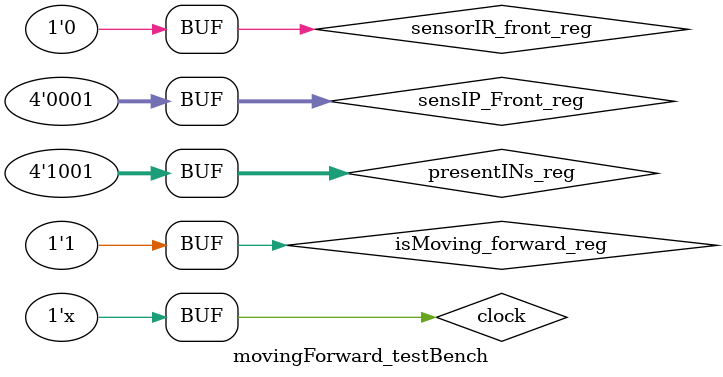
<source format=v>
`timescale 10ns / 1ps
module movingForward_testBench(
    );
    
    reg clock;
    reg canMove_reg;
    reg isMoving_forward_reg;
    reg [3:0] sensIP_Front_reg;
    reg sensorIR_front_reg;
    reg [3:0] presentINs_reg;
    wire [3:0]sendToH_BridgeINs_wire;
    wire isMoving_out_wire;
    
    movingForward testU1(
        .clock(clock),
        .canMove(canMove_reg),
        .isMoving_forward(isMoving_forward_reg),
        .sensorIR_front(sensorIR_front_reg),
        .sensIP_Front(sensIP_Front_reg),
        .presentINs(presentINs_reg),
        .sendToH_BridgeINs(sendToH_BridgeINs_wire),
        .isMoving_out(isMoving_out_wire)
        );
       
//    initial begin
//        clock <= 0;
//        canMove_reg <= 1'b1;
//        isMoving_forward_reg <= 1'b1;
//        sensIP_Front_reg  <= 4'b0000;
//        sensorIR_front_reg <= 1'b0;
        
//        #200000
//        sensIP_Front_reg  <= 4'b0000;
        
//        #200000 //2 ms for 10 ns clock tick
//        sensIP_Front_reg  <= 4'b0001;
        
//        #200000
//        sensIP_Front_reg  <= 4'b0010;
        
//        #200000
//        sensIP_Front_reg  <= 4'b0011;
        
//        #200000
//        sensIP_Front_reg  <= 4'b0100;
        
//        #200000
//        sensIP_Front_reg  <= 4'b0101;
        
//        #200000
//        sensIP_Front_reg  <= 4'b0110;
        
//        #200000
//        sensIP_Front_reg  <= 4'b0111;
        
//        #200000
//        canMove_reg <= 0;
//        sensIP_Front_reg  <= 4'b1000;
        
//        #200000
//        sensIP_Front_reg  <= 4'b1001;
        
//        #200000
//        sensIP_Front_reg  <= 4'b1010;
        
//        #200000
//        sensIP_Front_reg  <= 4'b1011;
        
//        #200000
//        sensIP_Front_reg  <= 4'b1100;
        
//        #200000
//        sensIP_Front_reg  <= 4'b1110;
        
//        #200000
//        sensIP_Front_reg  <= 4'b1111;
        
//        #200000
//        sensIP_Front_reg  <= 4'b0110;
//        sensorIR_front_reg <= 1'b1;
        
//        #200000
//        sensorIR_front_reg <= 1'b0;
//        sensIP_Front_reg  <= 4'b0000;
        
//        //isMoving_in_reg <= 1'b1;
//        #550000000
////        sensIP_Front_reg  <= 4'b0001;
////        #200000
        
//        //isMoving_in_reg <= 1'b0;
//        isMoving_forward_reg <= 1'b0;
//        sensorIR_front_reg <= 1'b0; 
//    end
    
initial begin
    clock <= 0;
    canMove_reg <= 1'b1;
    isMoving_forward_reg <= 1'b1;
    sensIP_Front_reg  <= 4'b0000;
    presentINs_reg <= 4'b0000; 
    sensorIR_front_reg <= 1'b0;
    //notMovingAndWaitingForAudio_reg <= 0;
    
    
    #200000
    sensIP_Front_reg  <= 4'b0000;
    
    #200000 //2 ms for 10 ns clock tick
    sensIP_Front_reg  <= 4'b0001;
    
    #200000
    sensIP_Front_reg  <= 4'b0010;
    
    #200000
    sensIP_Front_reg  <= 4'b0011;
    
    #200000
    sensIP_Front_reg  <= 4'b0100;
    
    #200000
    sensIP_Front_reg  <= 4'b0101;
    
    #200000
    sensIP_Front_reg  <= 4'b0110;
    
    #200000
    sensIP_Front_reg  <= 4'b0111;
    
    #200000
    sensIP_Front_reg  <= 4'b1000;
    
    #200000
    sensIP_Front_reg  <= 4'b1001;
    
    #200000
    sensIP_Front_reg  <= 4'b1010;
    
    #200000
    isMoving_forward_reg <= 1'b0;
    sensIP_Front_reg  <= 4'b1011;
    presentINs_reg <= 4'b1001; 
    
    #200000
    isMoving_forward_reg <= 1'b1;
    sensIP_Front_reg  <= 4'b1100;
    
    #200000
    sensIP_Front_reg  <= 4'b1110;
    
    #200000
    sensIP_Front_reg  <= 4'b1111;
    
    #200000
    sensIP_Front_reg  <= 4'b0110;
    sensorIR_front_reg <= 1'b1;
    
    #200000
    sensorIR_front_reg <= 1'b0;
    sensIP_Front_reg  <= 4'b0000;
    
    //isMoving_in_reg <= 1'b1;
    #800000000
//        sensIP_Front_reg  <= 4'b0001;
//        #200000
    
    //isMoving_in_reg <= 1'b0;
    canMove_reg <= 1;
    isMoving_forward_reg <= 1'b1;
    //sensorIR_front_reg <= 1'b0;
    sensIP_Front_reg  <= 1'b1001;
end
    
    always@(posedge clock) begin //simulates input from decision making module
        if (~isMoving_out_wire) begin
            canMove_reg <= 0;
        end
        else begin
            canMove_reg <= 1;
        end
        end
        
////    always@(posedge clock) begin
//        if ( isMoving_forward_reg )
//            presentINs_reg <= sendToH_BridgeINs_wire;
//        else
//            presentINs_reg <= presentINs_reg;
//    end
    always begin
        # 1 clock = ~clock;
    end
endmodule

</source>
